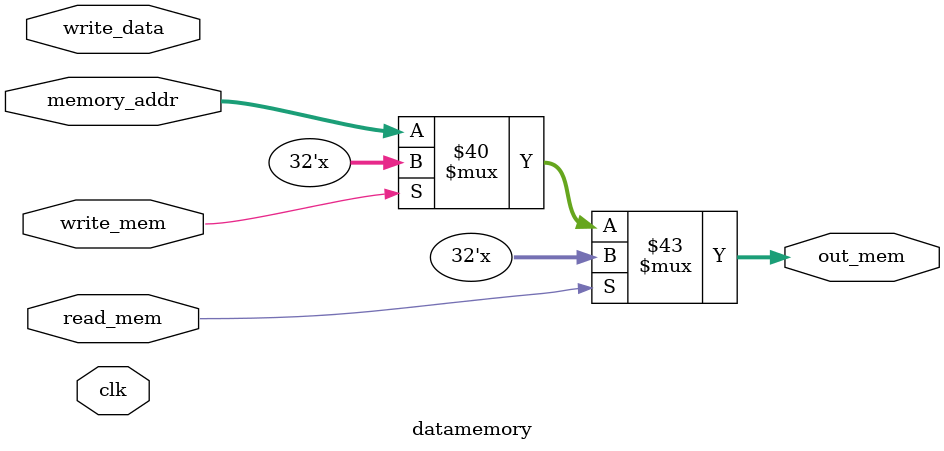
<source format=sv>
module datamemory(
input write_mem, read_mem,  clk,
input [31:0] memory_addr, write_data,
output logic [31:0] out_mem);

logic [31:0]mem[-1:0];
always @ (clk)begin
    if (read_mem) begin
        out_mem <= mem[memory_addr];
    end else if (write_mem)begin
        mem[memory_addr] <= write_data;
    end else begin
        out_mem <= memory_addr;
    end
    
end
endmodule 
</source>
